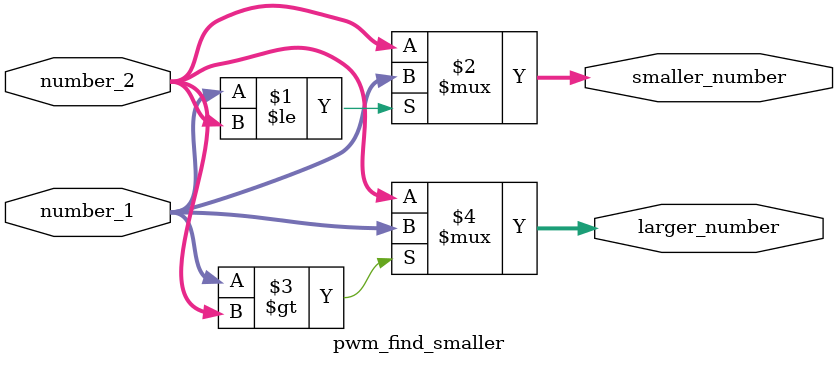
<source format=sv>
`timescale 1ns / 1ps

module pwm_find_smaller #(
  parameter Resolution = 16
) (
  input        [Resolution-1:0]   number_1,
  input        [Resolution-1:0]   number_2,
  output logic [Resolution-1:0]   smaller_number,
  output logic [Resolution-1:0]   larger_number
);
  // simple module two sort two numbers
  // written as separated module to improve reusability 
  assign smaller_number = (number_1 <= number_2) ? number_1 : number_2;
  assign larger_number  = (number_1 > number_2)  ? number_1 : number_2;

endmodule

</source>
